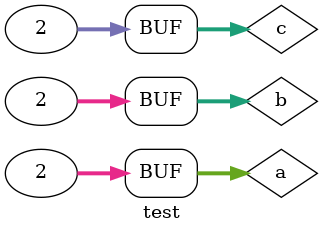
<source format=v>
/*
module test;
integer a,b,c;
initial begin
#0 
a<=b;
a=1;
b=2;
end
initial c<=b;
initial $strobe(a,b,c);
endmodule

case 2
module test;
integer a,b,c;
initial begin
#0 
a=1;
b=2;
a<=b;
end
initial c<=b;
initial $strobe(a,b,c);
endmodule
*/

// case 3

module test;
integer a,b,c;
initial begin 
a=1;
b=2;
a<=b;
end
initial c<=b;
initial $strobe(a,b,c);
endmodule

</source>
